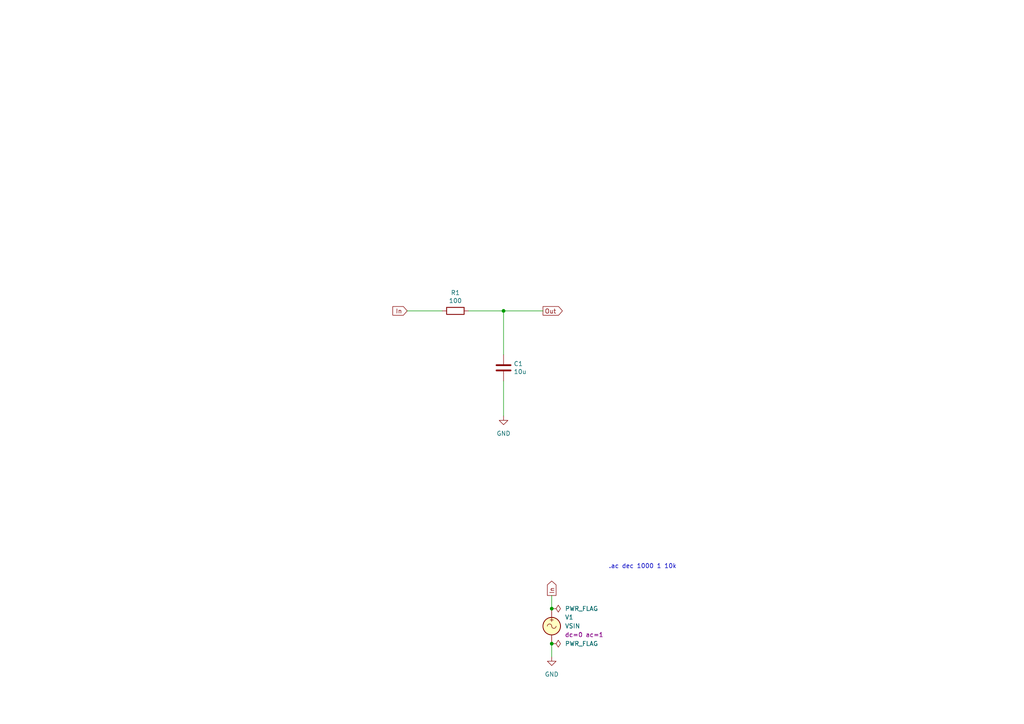
<source format=kicad_sch>
(kicad_sch (version 20230121) (generator eeschema)
  (paper "A4")
  (title_block (title "Simulation, AC sweep") (date "2024-02-27") (rev "1") (company "GitHub/OJStuff"))
  (lib_symbols
    (symbol "Device:C" (pin_numbers hide) (pin_names (offset 0.254))
      (property "Reference" "C" (at 0.635 2.54 0))
      (property "Value" "C" (at 0.635 -2.54 0))
      (symbol "C_0_1"
        (polyline (pts (xy -2.032 -0.762) (xy 2.032 -0.762)) (stroke (width 0.508)))
        (polyline (pts (xy -2.032 0.762) (xy 2.032 0.762)) (stroke (width 0.508)))
      )
      (symbol "C_1_1"
        (pin passive line (at 0 3.81 270) (length 2.794) (name "~") (number "1"))
        (pin passive line (at 0 -3.81 90) (length 2.794) (name "~") (number "2"))
      )
    )
    (symbol "Device:R" (pin_numbers hide) (pin_names (offset 0))
      (property "Reference" "R" (at 2.032 0 90))
      (property "Value" "R" (at 0 0 90))
      (symbol "R_0_1"
        (rectangle (start -1.016 -2.54) (end 1.016 2.54) (stroke (width 0.254)))
      )
      (symbol "R_1_1"
        (pin passive line (at 0 3.81 270) (length 1.27) (name "~") (number "1"))
        (pin passive line (at 0 -3.81 90) (length 1.27) (name "~") (number "2"))
      )
    )
    (symbol "Simulation_SPICE:VSIN" (pin_numbers hide) (pin_names (offset 0.0254))
      (property "Reference" "V" (at 2.54 2.54 0))
      (property "Value" "VSIN" (at 2.54 0 0))
      (property "Sim.Params" "dc=0 ampl=1 f=1k ac=1" (at 2.54 -2.54 0))
      (symbol "VSIN_0_0"
        (arc (start 0 0) (mid -0.635 0.6323) (end -1.27 0))
        (arc (start 0 0) (mid 0.635 -0.6323) (end 1.27 0))
        (text "+" (at 0 1.905 0) (effects (font (size 1.27 1.27))))
      )
      (symbol "VSIN_0_1"
        (circle (center 0 0) (radius 2.54) (stroke (width 0.254)) (fill (type background)))
      )
      (symbol "VSIN_1_1"
        (pin passive line (at 0 5.08 270) (length 2.54) (name "~") (number "1"))
        (pin passive line (at 0 -5.08 90) (length 2.54) (name "~") (number "2"))
      )
    )
    (symbol "power:GND" (power) (pin_names (offset 0))
      (property "Value" "GND" (at 0 -3.81 0))
      (symbol "GND_0_1"
        (polyline (pts (xy 0 0) (xy 0 -1.27) (xy 1.27 -1.27) (xy 0 -2.54) (xy -1.27 -1.27) (xy 0 -1.27)))
      )
      (symbol "GND_1_1"
        (pin power_in line (at 0 0 270) (length 0) hide (name "GND") (number "1"))
      )
    )
    (symbol "power:PWR_FLAG" (power) (pin_numbers hide) (pin_names (offset 0) hide)
      (property "Value" "PWR_FLAG" (at 0 3.81 0))
      (symbol "PWR_FLAG_0_0"
        (pin power_out line (at 0 0 90) (length 0) (name "pwr") (number "1"))
      )
      (symbol "PWR_FLAG_0_1"
        (polyline (pts (xy 0 0) (xy 0 1.27) (xy -1.016 1.905) (xy 0 2.54) (xy 1.016 1.905) (xy 0 1.27)))
      )
    )
  )
  (junction (at 160.02 186.69))
  (junction (at 160.02 176.53))
  (junction (at 146.05 90.17))
  (wire (pts (xy 160.02 172.72) (xy 160.02 176.53)))
  (wire (pts (xy 146.05 90.17) (xy 146.05 102.87)))
  (wire (pts (xy 135.89 90.17) (xy 146.05 90.17)))
  (wire (pts (xy 118.11 90.17) (xy 128.27 90.17)))
  (wire (pts (xy 146.05 110.49) (xy 146.05 120.65)))
  (wire (pts (xy 160.02 186.69) (xy 160.02 190.5)))
  (wire (pts (xy 146.05 90.17) (xy 157.48 90.17)))
  (text ".ac dec 1000 1 10k" (at 176.53 165.1 0) (effects (font (size 1.27 1.27)) (justify left bottom)))
  (global_label "In" (shape input) (at 118.11 90.17 180) (property "Intersheetrefs" "${INTERSHEET_REFS}" (effects hide)))
  (global_label "In" (shape output) (at 160.02 172.72 90) (property "Intersheetrefs" "${INTERSHEET_REFS}" (effects hide)))
  (global_label "Out" (shape output) (at 157.48 90.17 0) (property "Intersheetrefs" "${INTERSHEET_REFS}" (effects hide)))
  (symbol (lib_id "Device:R") (at 132.08 90.17 270) (unit 1)
    (property "Reference" "R1" (at 132.08 84.9122 90))
    (property "Value" "100" (at 132.08 87.2236 90))
  )
  (symbol (lib_id "power:PWR_FLAG") (at 160.02 186.69 270) (unit 1)
    (property "Reference" "#FLG02" (effects hide))
    (property "Value" "PWR_FLAG" (at 163.83 186.69 90) (effects (justify left)))
  )
  (symbol (lib_id "power:PWR_FLAG") (at 160.02 176.53 270) (unit 1)
    (property "Reference" "#FLG01" (effects hide))
    (property "Value" "PWR_FLAG" (at 163.83 176.53 90) (effects (justify left)))
  )
  (symbol (lib_id "power:GND") (at 160.02 190.5 0) (unit 1)
    (property "Reference" "#PWR02" (effects hide))
    (property "Value" "GND" (at 160.02 195.58 0))
  )
  (symbol (lib_id "Device:C") (at 146.05 106.68 0) (unit 1)
    (property "Reference" "C1" (at 148.971 105.5116 0) (effects (justify left)))
    (property "Value" "10u" (at 148.971 107.823 0) (effects (justify left)))
  )
  (symbol (lib_id "power:GND") (at 146.05 120.65 0) (unit 1)
    (property "Reference" "#PWR01" (effects hide))
    (property "Value" "GND" (at 146.05 125.73 0))
  )
  (symbol (lib_id "Simulation_SPICE:VSIN") (at 160.02 181.61 0) (unit 1)
    (property "Reference" "V1" (at 163.83 179.0342 0) (effects (justify left)))
    (property "Value" "VSIN" (at 163.83 181.5742 0) (effects (justify left)))
    (property "Sim.Pins" "1=+ 2=-" (effects hide))
    (property "Sim.Params" "dc=0 ac=1" (at 163.83 184.1142 0) (effects (justify left)))
    (property "Sim.Type" "SIN" (effects hide))
    (property "Sim.Device" "V" (effects hide))
  )
)
</source>
